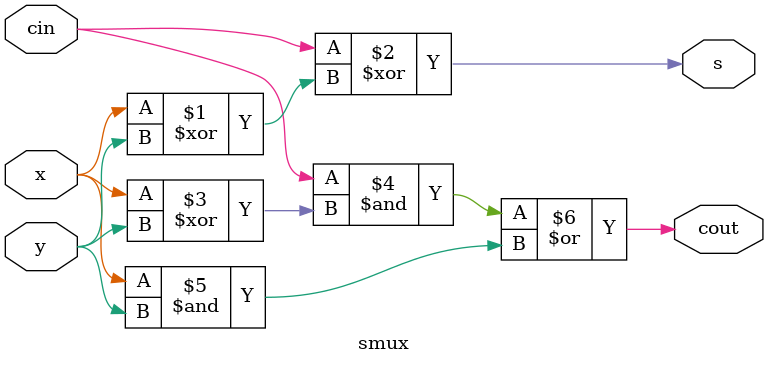
<source format=v>
`timescale 1ns / 1ps


module smux(
    input x,
    input y,
    input cin,
    output cout,
    output s
    );
    
    assign s = cin ^ (x ^ y);
    assign cout = cin & (x ^ y) | (x & y);
    
endmodule

</source>
